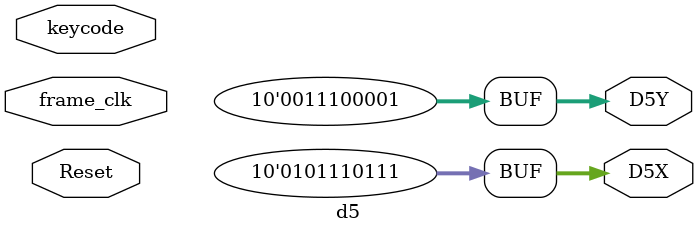
<source format=sv>



module  d5 ( input Reset, frame_clk, input [7:0] keycode,
               output [9:0]  D5X, D5Y);
    
       
    assign D5X = 375;
   
    assign D5Y = 225;
    

endmodule

</source>
